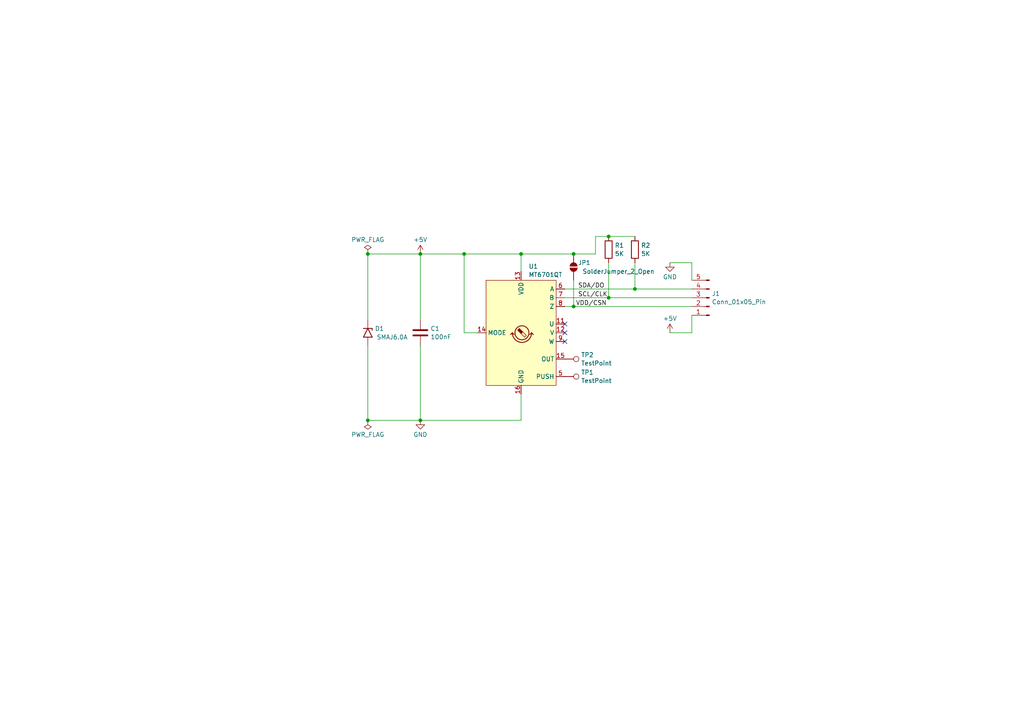
<source format=kicad_sch>
(kicad_sch (version 20231120) (generator "eeschema") (generator_version "8.0")
  (paper "A4")
  (lib_symbols
    (symbol "Connector:Conn_01x05_Pin" (pin_names (offset 1.016) hide)
      (property "Reference" "J" (at 0 7.62 0))
      (property "Value" "Conn_01x05_Pin" (at 0 -7.62 0))
      (symbol "Conn_01x05_Pin_1_1"
        (polyline (pts (xy 1.27 -5.08) (xy 0.8636 -5.08)) (stroke (width 0.1524)))
        (polyline (pts (xy 1.27 -2.54) (xy 0.8636 -2.54)) (stroke (width 0.1524)))
        (polyline (pts (xy 1.27 0) (xy 0.8636 0)) (stroke (width 0.1524)))
        (polyline (pts (xy 1.27 2.54) (xy 0.8636 2.54)) (stroke (width 0.1524)))
        (polyline (pts (xy 1.27 5.08) (xy 0.8636 5.08)) (stroke (width 0.1524)))
        (rectangle (start 0.8636 -4.953) (end 0 -5.207) (stroke (width 0.1524)) (fill (type outline)))
        (rectangle (start 0.8636 -2.413) (end 0 -2.667) (stroke (width 0.1524)) (fill (type outline)))
        (rectangle (start 0.8636 0.127) (end 0 -0.127) (stroke (width 0.1524)) (fill (type outline)))
        (rectangle (start 0.8636 2.667) (end 0 2.413) (stroke (width 0.1524)) (fill (type outline)))
        (rectangle (start 0.8636 5.207) (end 0 4.953) (stroke (width 0.1524)) (fill (type outline)))
        (pin passive line (at 5.08 5.08 180) (length 3.81) (name "Pin_1") (number "1"))
        (pin passive line (at 5.08 2.54 180) (length 3.81) (name "Pin_2") (number "2"))
        (pin passive line (at 5.08 0 180) (length 3.81) (name "Pin_3") (number "3"))
        (pin passive line (at 5.08 -2.54 180) (length 3.81) (name "Pin_4") (number "4"))
        (pin passive line (at 5.08 -5.08 180) (length 3.81) (name "Pin_5") (number "5"))
      )
    )
    (symbol "Connector:TestPoint" (pin_numbers hide) (pin_names (offset 0.762) hide)
      (property "Reference" "TP" (at 0 6.858 0))
      (property "Value" "TestPoint" (at 0 5.08 0))
      (symbol "TestPoint_0_1"
        (circle (center 0 3.302) (radius 0.762))
      )
      (symbol "TestPoint_1_1"
        (pin passive line (at 0 0 90) (length 2.54) (name "1") (number "1"))
      )
    )
    (symbol "Device:C" (pin_numbers hide) (pin_names (offset 0.254))
      (property "Reference" "C" (at 0.635 2.54 0))
      (property "Value" "C" (at 0.635 -2.54 0))
      (symbol "C_0_1"
        (polyline (pts (xy -2.032 -0.762) (xy 2.032 -0.762)) (stroke (width 0.508)))
        (polyline (pts (xy -2.032 0.762) (xy 2.032 0.762)) (stroke (width 0.508)))
      )
      (symbol "C_1_1"
        (pin passive line (at 0 3.81 270) (length 2.794) (name "~") (number "1"))
        (pin passive line (at 0 -3.81 90) (length 2.794) (name "~") (number "2"))
      )
    )
    (symbol "Device:R" (pin_numbers hide) (pin_names (offset 0))
      (property "Reference" "R" (at 2.032 0 90))
      (property "Value" "R" (at 0 0 90))
      (symbol "R_0_1"
        (rectangle (start -1.016 -2.54) (end 1.016 2.54) (stroke (width 0.254)))
      )
      (symbol "R_1_1"
        (pin passive line (at 0 3.81 270) (length 1.27) (name "~") (number "1"))
        (pin passive line (at 0 -3.81 90) (length 1.27) (name "~") (number "2"))
      )
    )
    (symbol "Diode:SMAJ6.0A" (pin_numbers hide) (pin_names (offset 1.016) hide)
      (property "Reference" "D" (at 0 2.54 0))
      (property "Value" "SMAJ6.0A" (at 0 -2.54 0))
      (symbol "SMAJ6.0A_0_1"
        (polyline (pts (xy -0.762 1.27) (xy -1.27 1.27) (xy -1.27 -1.27)) (stroke (width 0.254)))
        (polyline (pts (xy 1.27 1.27) (xy 1.27 -1.27) (xy -1.27 0) (xy 1.27 1.27)) (stroke (width 0.254)))
      )
      (symbol "SMAJ6.0A_1_1"
        (pin passive line (at -3.81 0 0) (length 2.54) (name "A1") (number "1"))
        (pin passive line (at 3.81 0 180) (length 2.54) (name "A2") (number "2"))
      )
    )
    (symbol "Jumper:SolderJumper_2_Open" (pin_numbers hide) (pin_names (offset 0) hide) (exclude_from_sim yes) (in_bom no)
      (property "Reference" "JP" (at 0 2.032 0))
      (property "Value" "SolderJumper_2_Open" (at 0 -2.54 0))
      (symbol "SolderJumper_2_Open_0_1"
        (arc (start -0.254 1.016) (mid -1.2656 0) (end -0.254 -1.016))
        (arc (start -0.254 1.016) (mid -1.2656 0) (end -0.254 -1.016) (fill (type outline)))
        (polyline (pts (xy -0.254 1.016) (xy -0.254 -1.016)))
        (polyline (pts (xy 0.254 1.016) (xy 0.254 -1.016)))
        (arc (start 0.254 -1.016) (mid 1.2656 0) (end 0.254 1.016))
        (arc (start 0.254 -1.016) (mid 1.2656 0) (end 0.254 1.016) (fill (type outline)))
      )
      (symbol "SolderJumper_2_Open_1_1"
        (pin passive line (at -3.81 0 0) (length 2.54) (name "A") (number "1"))
        (pin passive line (at 3.81 0 180) (length 2.54) (name "B") (number "2"))
      )
    )
    (symbol "Sensor_Magnetic:MT6701QT"
      (property "Reference" "U" (at -9.6632 16.4397 0))
      (property "Value" "MT6701QT" (at 5.5155 16.4397 0))
      (symbol "MT6701QT_0_1"
        (arc (start -2.54 0) (mid 0.254 -2.7819) (end 3.048 0) (stroke (width 0.254)))
        (polyline (pts (xy -2.54 0) (xy -3.048 -0.508)) (stroke (width 0.254)))
        (polyline (pts (xy -2.54 0) (xy -2.032 -0.508)) (stroke (width 0.254)))
        (polyline (pts (xy 3.048 0) (xy 2.54 -0.508)) (stroke (width 0.254)))
        (polyline (pts (xy 3.048 0) (xy 3.556 -0.508)) (stroke (width 0.254)))
      )
      (symbol "MT6701QT_1_1"
        (rectangle (start -10.16 15.24) (end 10.16 -15.24) (fill (type background)))
        (polyline (pts (xy 0.508 0.254) (xy 1.524 -0.762) (xy 1.016 -1.27) (xy 0 -0.254)))
        (polyline (pts (xy -0.508 1.27) (xy 0.508 0.254) (xy 0 -0.254) (xy -1.016 0.762) (xy -0.762 1.016) (xy -0.508 1.27) (xy -0.381 1.143)) (fill (type outline)))
        (circle (center 0.254 0) (radius 2.032) (stroke (width 0.254)))
        (pin no_connect line (at -10.16 12.7 0) (length 2.54) hide (name "NC") (number "1"))
        (pin no_connect line (at -10.16 2.54 0) (length 2.54) hide (name "NC") (number "10"))
        (pin output line (at 12.7 2.54 180) (length 2.54) (name "U") (number "11"))
        (pin output line (at 12.7 0 180) (length 2.54) (name "V") (number "12"))
        (pin power_in line (at 0 17.78 270) (length 2.54) (name "VDD") (number "13"))
        (pin input line (at -12.7 0 0) (length 2.54) (name "MODE") (number "14"))
        (pin output line (at 12.7 -7.62 180) (length 2.54) (name "OUT") (number "15"))
        (pin power_in line (at 0 -17.78 90) (length 2.54) (name "GND") (number "16"))
        (pin passive line (at 0 -17.78 90) (length 2.54) hide (name "GND") (number "17"))
        (pin no_connect line (at -10.16 10.16 0) (length 2.54) hide (name "NC") (number "2"))
        (pin no_connect line (at -10.16 7.62 0) (length 2.54) hide (name "NC") (number "3"))
        (pin no_connect line (at -10.16 5.08 0) (length 2.54) hide (name "NC") (number "4"))
        (pin output line (at 12.7 -12.7 180) (length 2.54) (name "PUSH") (number "5"))
        (pin output line (at 12.7 12.7 180) (length 2.54) (name "A") (number "6"))
        (pin output line (at 12.7 10.16 180) (length 2.54) (name "B") (number "7"))
        (pin output line (at 12.7 7.62 180) (length 2.54) (name "Z") (number "8"))
        (pin output line (at 12.7 -2.54 180) (length 2.54) (name "W") (number "9"))
      )
    )
    (symbol "power:+5V" (power) (pin_numbers hide) (pin_names (offset 0) hide)
      (property "Value" "+5V" (at 0 3.556 0))
      (symbol "+5V_0_1"
        (polyline (pts (xy -0.762 1.27) (xy 0 2.54)))
        (polyline (pts (xy 0 0) (xy 0 2.54)))
        (polyline (pts (xy 0 2.54) (xy 0.762 1.27)))
      )
      (symbol "+5V_1_1"
        (pin power_in line (at 0 0 90) (length 0) (name "~") (number "1"))
      )
    )
    (symbol "power:GND" (power) (pin_numbers hide) (pin_names (offset 0) hide)
      (property "Value" "GND" (at 0 -3.81 0))
      (symbol "GND_0_1"
        (polyline (pts (xy 0 0) (xy 0 -1.27) (xy 1.27 -1.27) (xy 0 -2.54) (xy -1.27 -1.27) (xy 0 -1.27)))
      )
      (symbol "GND_1_1"
        (pin power_in line (at 0 0 270) (length 0) (name "~") (number "1"))
      )
    )
    (symbol "power:PWR_FLAG" (power) (pin_numbers hide) (pin_names (offset 0) hide)
      (property "Value" "PWR_FLAG" (at 0 3.81 0))
      (symbol "PWR_FLAG_0_0"
        (pin power_out line (at 0 0 90) (length 0) (name "~") (number "1"))
      )
      (symbol "PWR_FLAG_0_1"
        (polyline (pts (xy 0 0) (xy 0 1.27) (xy -1.016 1.905) (xy 0 2.54) (xy 1.016 1.905) (xy 0 1.27)))
      )
    )
  )
  (junction (at 176.53 86.36))
  (junction (at 166.37 73.66))
  (junction (at 121.92 73.66))
  (junction (at 166.37 88.9))
  (junction (at 121.92 121.92))
  (junction (at 176.53 68.58))
  (junction (at 106.68 121.92))
  (junction (at 184.15 83.82))
  (junction (at 134.62 73.66))
  (junction (at 106.68 73.66))
  (junction (at 151.13 73.66))
  (no_connect (at 163.83 96.52))
  (no_connect (at 163.83 93.98))
  (no_connect (at 163.83 99.06))
  (wire (pts (xy 106.68 100.33) (xy 106.68 121.92)))
  (wire (pts (xy 121.92 100.33) (xy 121.92 121.92)))
  (wire (pts (xy 200.66 96.52) (xy 194.31 96.52)))
  (wire (pts (xy 121.92 73.66) (xy 134.62 73.66)))
  (wire (pts (xy 121.92 121.92) (xy 151.13 121.92)))
  (wire (pts (xy 138.43 96.52) (xy 134.62 96.52)))
  (wire (pts (xy 184.15 76.2) (xy 184.15 83.82)))
  (wire (pts (xy 172.72 73.66) (xy 172.72 68.58)))
  (wire (pts (xy 172.72 68.58) (xy 176.53 68.58)))
  (wire (pts (xy 163.83 86.36) (xy 176.53 86.36)))
  (wire (pts (xy 176.53 76.2) (xy 176.53 86.36)))
  (wire (pts (xy 106.68 73.66) (xy 121.92 73.66)))
  (wire (pts (xy 134.62 96.52) (xy 134.62 73.66)))
  (wire (pts (xy 134.62 73.66) (xy 151.13 73.66)))
  (wire (pts (xy 166.37 81.28) (xy 166.37 88.9)))
  (wire (pts (xy 163.83 88.9) (xy 166.37 88.9)))
  (wire (pts (xy 151.13 114.3) (xy 151.13 121.92)))
  (wire (pts (xy 176.53 68.58) (xy 184.15 68.58)))
  (wire (pts (xy 151.13 73.66) (xy 151.13 78.74)))
  (wire (pts (xy 163.83 83.82) (xy 184.15 83.82)))
  (wire (pts (xy 184.15 83.82) (xy 200.66 83.82)))
  (wire (pts (xy 176.53 86.36) (xy 200.66 86.36)))
  (wire (pts (xy 106.68 92.71) (xy 106.68 73.66)))
  (wire (pts (xy 166.37 88.9) (xy 200.66 88.9)))
  (wire (pts (xy 151.13 73.66) (xy 166.37 73.66)))
  (wire (pts (xy 166.37 73.66) (xy 172.72 73.66)))
  (wire (pts (xy 194.31 76.2) (xy 200.66 76.2)))
  (wire (pts (xy 106.68 121.92) (xy 121.92 121.92)))
  (wire (pts (xy 121.92 73.66) (xy 121.92 92.71)))
  (wire (pts (xy 200.66 81.28) (xy 200.66 76.2)))
  (wire (pts (xy 200.66 91.44) (xy 200.66 96.52)))
  (label "SCL{slash}CLK" (at 167.64 86.36 0))
  (label "VDD{slash}CSN" (at 167.005 88.9 0))
  (label "SDA{slash}DO" (at 167.64 83.82 0))
  (symbol (lib_id "power:+5V") (at 194.31 96.52 0) (unit 1)
    (property "Reference" "#PWR03" (effects (hide yes)))
    (property "Value" "+5V" (at 194.31 92.3869 0))
    (property "Description" "Power symbol creates a global label with name \"+5V\"" (effects (hide yes)))
  )
  (symbol (lib_id "power:+5V") (at 121.92 73.66 0) (unit 1)
    (property "Reference" "#PWR02" (effects (hide yes)))
    (property "Value" "+5V" (at 121.92 69.5269 0))
    (property "Description" "Power symbol creates a global label with name \"+5V\"" (effects (hide yes)))
  )
  (symbol (lib_id "Device:R") (at 176.53 72.39 0) (unit 1)
    (property "Reference" "R1" (at 178.308 71.1778 0) (effects (justify left)))
    (property "Value" "5K" (at 178.308 73.6021 0) (effects (justify left)))
    (property "Description" "Resistor" (effects (hide yes)))
  )
  (symbol (lib_id "power:PWR_FLAG") (at 106.68 73.66 0) (unit 1)
    (property "Reference" "#FLG02" (effects (hide yes)))
    (property "Value" "PWR_FLAG" (at 106.68 69.5269 0))
    (property "Description" "Special symbol for telling ERC where power comes from" (effects (hide yes)))
  )
  (symbol (lib_id "Connector:TestPoint") (at 163.83 104.14 270) (unit 1)
    (property "Reference" "TP2" (at 168.529 102.9278 90) (effects (justify left)))
    (property "Value" "TestPoint" (at 168.529 105.3521 90) (effects (justify left)))
    (property "Description" "test point" (effects (hide yes)))
  )
  (symbol (lib_id "Connector:TestPoint") (at 163.83 109.22 270) (unit 1)
    (property "Reference" "TP1" (at 168.529 108.0078 90) (effects (justify left)))
    (property "Value" "TestPoint" (at 168.529 110.4321 90) (effects (justify left)))
    (property "Description" "test point" (effects (hide yes)))
  )
  (symbol (lib_id "power:GND") (at 121.92 121.92 0) (unit 1)
    (property "Reference" "#PWR01" (effects (hide yes)))
    (property "Value" "GND" (at 121.92 126.0531 0))
    (property "Description" "Power symbol creates a global label with name \"GND\" , ground" (effects (hide yes)))
  )
  (symbol (lib_id "Diode:SMAJ6.0A") (at 106.68 96.52 270) (unit 1)
    (property "Reference" "D1" (at 108.712 95.3078 90) (effects (justify left)))
    (property "Value" "SMAJ6.0A" (at 109.22 97.79 90) (effects (justify left)))
    (property "Footprint" "Diode_SMD:D_SMA" (effects (hide yes)))
    (property "Datasheet" "https://www.littelfuse.com/media?resourcetype=datasheets&itemid=75e32973-b177-4ee3-a0ff-cedaf1abdb93&filename=smaj-datasheet" (effects (hide yes)))
    (property "Description" "400W unidirectional Transient Voltage Suppressor, 6.0Vr, SMA(DO-214AC)" (effects (hide yes)))
  )
  (symbol (lib_id "Device:R") (at 184.15 72.39 0) (unit 1)
    (property "Reference" "R2" (at 185.928 71.1778 0) (effects (justify left)))
    (property "Value" "5K" (at 185.928 73.6021 0) (effects (justify left)))
    (property "Description" "Resistor" (effects (hide yes)))
  )
  (symbol (lib_id "power:PWR_FLAG") (at 106.68 121.92 180) (unit 1)
    (property "Reference" "#FLG01" (effects (hide yes)))
    (property "Value" "PWR_FLAG" (at 106.68 126.0531 0))
    (property "Description" "Special symbol for telling ERC where power comes from" (effects (hide yes)))
  )
  (symbol (lib_id "Sensor_Magnetic:MT6701QT") (at 151.13 96.52 0) (unit 1)
    (property "Reference" "U1" (at 153.3241 77.2625 0) (effects (justify left)))
    (property "Value" "MT6701QT" (at 153.3241 79.6868 0) (effects (justify left)))
    (property "Footprint" "Package_DFN_QFN:QFN-16-1EP_3x3mm_P0.5mm_EP1.7x1.7mm" (effects (hide yes)))
    (property "Datasheet" "https://www.magntek.com.cn/upload/MT6701_Rev.1.5.pdf" (effects (hide yes)))
    (property "Description" "Hall Based Angle Position Encoder Sensor, I2C, SSI, ABZ & UVW interfaces, 3.3..5V supply, QFN-16" (effects (hide yes)))
  )
  (symbol (lib_id "Device:C") (at 121.92 96.52 0) (unit 1)
    (property "Reference" "C1" (at 124.841 95.3078 0) (effects (justify left)))
    (property "Value" "100nF" (at 124.841 97.7321 0) (effects (justify left)))
    (property "Description" "Unpolarized capacitor" (effects (hide yes)))
  )
  (symbol (lib_id "Jumper:SolderJumper_2_Open") (at 166.37 77.47 90) (unit 1) (exclude_from_sim yes) (in_bom no)
    (property "Reference" "JP1" (at 167.64 76.2 90) (effects (justify right)))
    (property "Value" "SolderJumper_2_Open" (at 168.91 78.74 90) (effects (justify right)))
    (property "Description" "Solder Jumper, 2-pole, open" (effects (hide yes)))
  )
  (symbol (lib_id "Connector:Conn_01x05_Pin") (at 205.74 86.36 180) (unit 1)
    (property "Reference" "J1" (at 206.4512 85.1478 0) (effects (justify right)))
    (property "Value" "Conn_01x05_Pin" (at 206.4512 87.5721 0) (effects (justify right)))
    (property "Footprint" "Connector_JST:JST_GH_SM05B-GHS-TB_1x05-1MP_P1.25mm_Horizontal" (effects (hide yes)))
    (property "Description" "Generic connector, single row, 01x05, script generated" (effects (hide yes)))
  )
  (symbol (lib_id "power:GND") (at 194.31 76.2 0) (unit 1)
    (property "Reference" "#PWR04" (effects (hide yes)))
    (property "Value" "GND" (at 194.31 80.3331 0))
    (property "Description" "Power symbol creates a global label with name \"GND\" , ground" (effects (hide yes)))
  )
)
</source>
